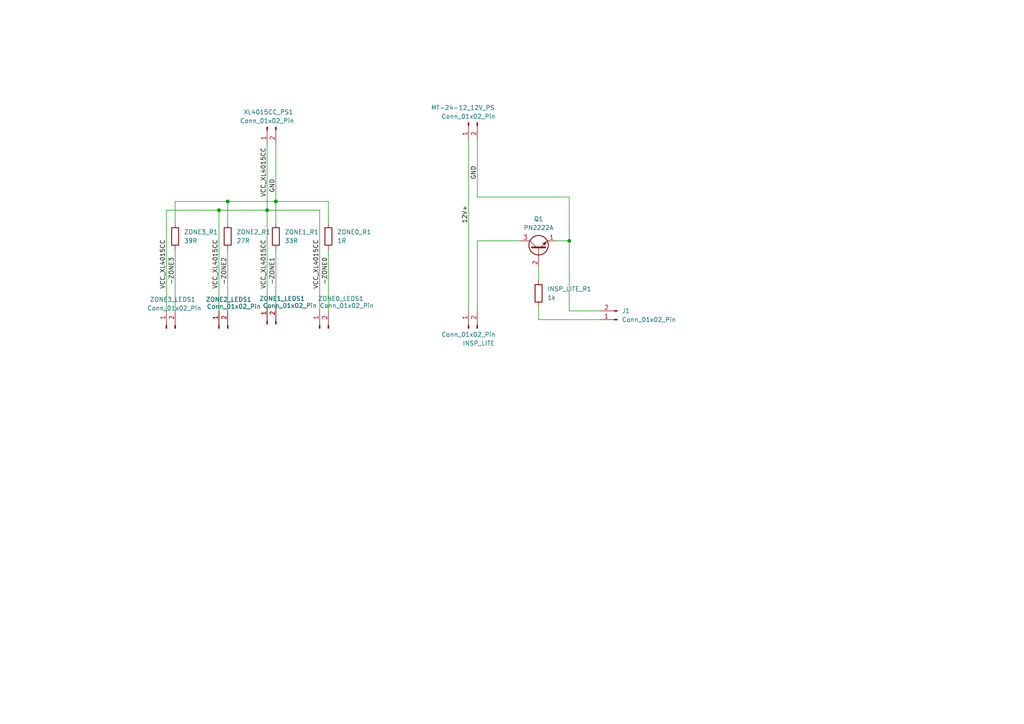
<source format=kicad_sch>
(kicad_sch (version 20250114) (generator "eeschema") (generator_version "9.0")
  (paper "A4")
  (lib_symbols
    (symbol "Connector:Conn_01x02_Pin" (pin_names (offset 1.016) (hide yes))
      (property "Reference" "J" (at 0 2.54 0))
      (property "Value" "Conn_01x02_Pin" (at 0 -5.08 0))
      (symbol "Conn_01x02_Pin_1_1"
        (rectangle (start 0.8636 0.127) (end 0 -0.127) (stroke (width 0.1524)) (fill (type outline)))
        (rectangle (start 0.8636 -2.413) (end 0 -2.667) (stroke (width 0.1524)) (fill (type outline)))
        (polyline (pts (xy 1.27 0) (xy 0.8636 0)) (stroke (width 0.1524)))
        (polyline (pts (xy 1.27 -2.54) (xy 0.8636 -2.54)) (stroke (width 0.1524)))
        (pin passive line (at 5.08 0 180) (length 3.81) (name "Pin_1") (number "1"))
        (pin passive line (at 5.08 -2.54 180) (length 3.81) (name "Pin_2") (number "2"))
      )
    )
    (symbol "Device:R" (pin_numbers (hide yes)) (pin_names (offset 0))
      (property "Reference" "R" (at 2.032 0 90))
      (property "Value" "R" (at 0 0 90))
      (symbol "R_0_1"
        (rectangle (start -1.016 -2.54) (end 1.016 2.54) (stroke (width 0.254)))
      )
      (symbol "R_1_1"
        (pin passive line (at 0 3.81 270) (length 1.27) (name "~") (number "1"))
        (pin passive line (at 0 -3.81 90) (length 1.27) (name "~") (number "2"))
      )
    )
    (symbol "Transistor_BJT:PN2222A" (pin_names (offset 0) (hide yes))
      (property "Reference" "Q" (at 5.08 1.905 0))
      (property "Value" "PN2222A" (at 5.08 0 0))
      (symbol "PN2222A_0_1"
        (polyline (pts (xy -2.54 0) (xy 0.635 0)))
        (polyline (pts (xy 0.635 1.905) (xy 0.635 -1.905)) (stroke (width 0.508)))
        (circle (center 1.27 0) (radius 2.8194) (stroke (width 0.254)))
      )
      (symbol "PN2222A_1_1"
        (polyline (pts (xy 0.635 0.635) (xy 2.54 2.54)))
        (polyline (pts (xy 0.635 -0.635) (xy 2.54 -2.54)))
        (polyline (pts (xy 1.27 -1.778) (xy 1.778 -1.27) (xy 2.286 -2.286) (xy 1.27 -1.778)) (fill (type outline)))
        (pin input line (at -5.08 0 0) (length 2.54) (name "B") (number "2"))
        (pin passive line (at 2.54 5.08 270) (length 2.54) (name "C") (number "3"))
        (pin passive line (at 2.54 -5.08 90) (length 2.54) (name "E") (number "1"))
      )
    )
  )
  (junction (at 80.01 58.42))
  (junction (at 63.5 60.96))
  (junction (at 165.1 69.85))
  (junction (at 66.04 58.42))
  (junction (at 77.47 60.96))
  (wire (pts (xy 95.25 58.42) (xy 80.01 58.42)))
  (wire (pts (xy 50.8 58.42) (xy 66.04 58.42)))
  (wire (pts (xy 173.99 90.17) (xy 165.1 90.17)))
  (wire (pts (xy 138.43 69.85) (xy 138.43 90.17)))
  (wire (pts (xy 77.47 60.96) (xy 77.47 88.9)))
  (wire (pts (xy 161.29 69.85) (xy 165.1 69.85)))
  (wire (pts (xy 80.01 58.42) (xy 80.01 64.77)))
  (wire (pts (xy 156.21 77.47) (xy 156.21 81.28)))
  (wire (pts (xy 50.8 64.77) (xy 50.8 58.42)))
  (wire (pts (xy 165.1 57.15) (xy 165.1 69.85)))
  (wire (pts (xy 156.21 92.71) (xy 173.99 92.71)))
  (wire (pts (xy 63.5 60.96) (xy 63.5 90.17)))
  (wire (pts (xy 50.8 72.39) (xy 50.8 90.17)))
  (wire (pts (xy 138.43 57.15) (xy 165.1 57.15)))
  (wire (pts (xy 156.21 88.9) (xy 156.21 92.71)))
  (wire (pts (xy 138.43 40.64) (xy 138.43 57.15)))
  (wire (pts (xy 92.71 60.96) (xy 77.47 60.96)))
  (wire (pts (xy 80.01 72.39) (xy 80.01 88.9)))
  (wire (pts (xy 66.04 72.39) (xy 66.04 90.17)))
  (wire (pts (xy 48.26 60.96) (xy 63.5 60.96)))
  (wire (pts (xy 138.43 69.85) (xy 151.13 69.85)))
  (wire (pts (xy 48.26 60.96) (xy 48.26 90.17)))
  (wire (pts (xy 80.01 41.91) (xy 80.01 58.42)))
  (wire (pts (xy 77.47 41.91) (xy 77.47 60.96)))
  (wire (pts (xy 95.25 72.39) (xy 95.25 90.17)))
  (wire (pts (xy 92.71 90.17) (xy 92.71 60.96)))
  (wire (pts (xy 135.89 40.64) (xy 135.89 90.17)))
  (wire (pts (xy 66.04 58.42) (xy 66.04 64.77)))
  (wire (pts (xy 63.5 60.96) (xy 77.47 60.96)))
  (wire (pts (xy 95.25 64.77) (xy 95.25 58.42)))
  (wire (pts (xy 66.04 58.42) (xy 80.01 58.42)))
  (wire (pts (xy 165.1 90.17) (xy 165.1 69.85)))
  (label "VCC_XL4015CC" (at 77.47 57.15 90))
  (label "VCC_XL4015CC" (at 48.26 83.82 90))
  (label "12V+" (at 135.89 64.77 90))
  (label "VCC_XL4015CC" (at 92.71 83.82 90))
  (label "-ZONE1" (at 80.01 82.55 90))
  (label "GND" (at 80.01 55.88 90))
  (label "GND" (at 138.43 52.07 90))
  (label "VCC_XL4015CC" (at 77.47 83.82 90))
  (label "VCC_XL4015CC" (at 63.5 83.82 90))
  (label "-ZONE0" (at 95.25 82.55 90))
  (label "-ZONE3" (at 50.8 82.55 90))
  (label "-ZONE2" (at 66.04 82.55 90))
  (symbol (lib_id "Device:R") (at 95.25 68.58 0) (unit 1)
    (property "Reference" "ZONE0_R1" (at 97.79 67.3099 0) (effects (justify left)))
    (property "Value" "1R" (at 97.79 69.8499 0) (effects (justify left)))
    (property "Footprint" "Resistor_THT:R_Axial_DIN0207_L6.3mm_D2.5mm_P10.16mm_Horizontal" (effects (hide yes)))
    (property "Description" "Resistor" (effects (hide yes)))
  )
  (symbol (lib_id "Connector:Conn_01x02_Pin") (at 135.89 95.25 90) (unit 1)
    (property "Reference" "INSP_LITE" (at 143.51 99.568 90) (effects (justify left)))
    (property "Value" "Conn_01x02_Pin" (at 143.764 97.028 90) (effects (justify left)))
    (property "Footprint" "TerminalBlock_Phoenix:TerminalBlock_Phoenix_PT-1,5-2-5.0-H_1x02_P5.00mm_Horizontal" (effects (hide yes)))
    (property "Description" "Generic connector, single row, 01x02, script generated" (effects (hide yes)))
  )
  (symbol (lib_id "Device:R") (at 50.8 68.58 0) (unit 1)
    (property "Reference" "ZONE3_R1" (at 53.34 67.3099 0) (effects (justify left)))
    (property "Value" "39R" (at 53.34 69.8499 0) (effects (justify left)))
    (property "Footprint" "Resistor_THT:R_Axial_DIN0207_L6.3mm_D2.5mm_P10.16mm_Horizontal" (effects (hide yes)))
    (property "Description" "Resistor" (effects (hide yes)))
  )
  (symbol (lib_id "Connector:Conn_01x02_Pin") (at 77.47 36.83 90) (mirror x) (unit 1)
    (property "Reference" "XL4015CC_PS1" (at 85.09 32.512 90) (effects (justify left)))
    (property "Value" "Conn_01x02_Pin" (at 85.344 35.052 90) (effects (justify left)))
    (property "Footprint" "TerminalBlock_Phoenix:TerminalBlock_Phoenix_PT-1,5-2-5.0-H_1x02_P5.00mm_Horizontal" (effects (hide yes)))
    (property "Description" "Generic connector, single row, 01x02, script generated" (effects (hide yes)))
  )
  (symbol (lib_id "Transistor_BJT:PN2222A") (at 156.21 72.39 90) (unit 1)
    (property "Reference" "Q1" (at 156.21 63.5 90))
    (property "Value" "PN2222A" (at 156.21 66.04 90))
    (property "Footprint" "Package_TO_SOT_THT:TO-92_HandSolder" (effects (hide yes)))
    (property "Datasheet" "https://www.onsemi.com/pub/Collateral/PN2222-D.PDF" (effects (hide yes)))
    (property "Description" "1A Ic, 40V Vce, NPN Transistor, General Purpose Transistor, TO-92" (effects (hide yes)))
    (property "Sim.Device" "NPN" (effects (hide yes)))
    (property "Sim.Pins" "1=E 2=B 3=C" (effects (hide yes)))
  )
  (symbol (lib_id "Device:R") (at 66.04 68.58 0) (unit 1)
    (property "Reference" "ZONE2_R1" (at 68.58 67.3099 0) (effects (justify left)))
    (property "Value" "27R" (at 68.58 69.8499 0) (effects (justify left)))
    (property "Footprint" "Resistor_THT:R_Axial_DIN0207_L6.3mm_D2.5mm_P10.16mm_Horizontal" (effects (hide yes)))
    (property "Description" "Resistor" (effects (hide yes)))
  )
  (symbol (lib_id "Connector:Conn_01x02_Pin") (at 135.89 35.56 90) (mirror x) (unit 1)
    (property "Reference" "MT-24-12_12V_PS" (at 143.51 31.242 90) (effects (justify left)))
    (property "Value" "Conn_01x02_Pin" (at 143.764 33.782 90) (effects (justify left)))
    (property "Footprint" "TerminalBlock_Phoenix:TerminalBlock_Phoenix_PT-1,5-2-5.0-H_1x02_P5.00mm_Horizontal" (effects (hide yes)))
    (property "Description" "Generic connector, single row, 01x02, script generated" (effects (hide yes)))
  )
  (symbol (lib_id "Connector:Conn_01x02_Pin") (at 77.47 93.98 90) (unit 1)
    (property "Reference" "ZONE1_LEDS1" (at 75.184 86.614 90) (effects (justify right)))
    (property "Value" "Conn_01x02_Pin" (at 76.2 88.646 90) (effects (justify right)))
    (property "Footprint" "Connector_JST:JST_XH_B2B-XH-A_1x02_P2.50mm_Vertical" (effects (hide yes)))
    (property "Description" "Generic connector, single row, 01x02, script generated" (effects (hide yes)))
  )
  (symbol (lib_id "Connector:Conn_01x02_Pin") (at 48.26 95.25 90) (unit 1)
    (property "Reference" "ZONE3_LEDS1" (at 43.434 86.868 90) (effects (justify right)))
    (property "Value" "Conn_01x02_Pin" (at 42.672 89.408 90) (effects (justify right)))
    (property "Footprint" "Connector_JST:JST_XH_B2B-XH-A_1x02_P2.50mm_Vertical" (effects (hide yes)))
    (property "Description" "Generic connector, single row, 01x02, script generated" (effects (hide yes)))
  )
  (symbol (lib_id "Device:R") (at 80.01 68.58 0) (unit 1)
    (property "Reference" "ZONE1_R1" (at 82.55 67.3099 0) (effects (justify left)))
    (property "Value" "33R" (at 82.55 69.8499 0) (effects (justify left)))
    (property "Footprint" "Resistor_THT:R_Axial_DIN0207_L6.3mm_D2.5mm_P10.16mm_Horizontal" (effects (hide yes)))
    (property "Description" "Resistor" (effects (hide yes)))
  )
  (symbol (lib_id "Connector:Conn_01x02_Pin") (at 92.71 95.25 90) (unit 1)
    (property "Reference" "ZONE0_LEDS1" (at 92.202 86.614 90) (effects (justify right)))
    (property "Value" "Conn_01x02_Pin" (at 92.71 88.646 90) (effects (justify right)))
    (property "Footprint" "Connector_JST:JST_XH_B2B-XH-A_1x02_P2.50mm_Vertical" (effects (hide yes)))
    (property "Description" "Generic connector, single row, 01x02, script generated" (effects (hide yes)))
  )
  (symbol (lib_id "Connector:Conn_01x02_Pin") (at 63.5 95.25 90) (unit 1)
    (property "Reference" "ZONE2_LEDS1" (at 59.69 86.868 90) (effects (justify right)))
    (property "Value" "Conn_01x02_Pin" (at 59.944 88.9 90) (effects (justify right)))
    (property "Footprint" "Connector_JST:JST_XH_B2B-XH-A_1x02_P2.50mm_Vertical" (effects (hide yes)))
    (property "Description" "Generic connector, single row, 01x02, script generated" (effects (hide yes)))
  )
  (symbol (lib_id "Device:R") (at 156.21 85.09 0) (unit 1)
    (property "Reference" "INSP_LITE_R1" (at 158.75 83.8199 0) (effects (justify left)))
    (property "Value" "1k" (at 158.75 86.3599 0) (effects (justify left)))
    (property "Footprint" "Resistor_THT:R_Axial_DIN0204_L3.6mm_D1.6mm_P5.08mm_Horizontal" (effects (hide yes)))
    (property "Description" "Resistor" (effects (hide yes)))
  )
  (symbol (lib_id "Connector:Conn_01x02_Pin") (at 179.07 92.71 180) (unit 1)
    (property "Reference" "J1" (at 180.34 90.1699 0) (effects (justify right)))
    (property "Value" "Conn_01x02_Pin" (at 180.34 92.7099 0) (effects (justify right)))
    (property "Description" "Generic connector, single row, 01x02, script generated" (effects (hide yes)))
  )
)
</source>
